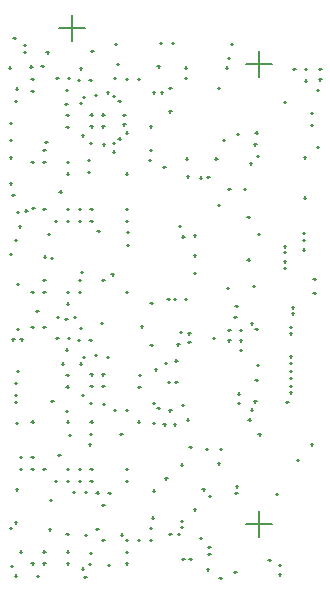
<source format=gbr>
G04*
G04 #@! TF.GenerationSoftware,Altium Limited,Altium Designer,24.9.1 (31)*
G04*
G04 Layer_Color=128*
%FSLAX44Y44*%
%MOMM*%
G71*
G04*
G04 #@! TF.SameCoordinates,F6C7D1B7-5E70-41A8-93A8-01C2B61895AE*
G04*
G04*
G04 #@! TF.FilePolarity,Positive*
G04*
G01*
G75*
%ADD12C,0.1270*%
D12*
X204000Y439000D02*
X226000D01*
X215000Y428000D02*
Y450000D01*
X46000Y470000D02*
X68000D01*
X57000Y459000D02*
Y481000D01*
X204000Y50000D02*
X226000D01*
X215000Y39000D02*
Y61000D01*
X148924Y46923D02*
X150924D01*
X149923Y45924D02*
Y47923D01*
X92000Y427000D02*
X94000D01*
X93000Y426000D02*
Y428000D01*
X194878Y75878D02*
X196878D01*
X195878Y74878D02*
Y76878D01*
X195500Y81500D02*
X197500D01*
X196500Y80500D02*
Y82500D01*
X236084Y279702D02*
X238084D01*
X237084Y278702D02*
Y280702D01*
X236018Y284650D02*
X238018D01*
X237018Y283650D02*
Y285650D01*
X180000Y419000D02*
X182000D01*
X181000Y418000D02*
Y420000D01*
X149000Y100000D02*
X151000D01*
X150000Y99000D02*
Y101000D01*
X148000Y212000D02*
X150000D01*
X149000Y211000D02*
Y213000D01*
X10000Y314000D02*
X12000D01*
X11000Y313000D02*
Y315000D01*
X17000D02*
X19000D01*
X18000Y314000D02*
Y316000D01*
X90000Y261000D02*
X92000D01*
X91000Y260000D02*
Y262000D01*
X62270Y256298D02*
X64270D01*
X63270Y255298D02*
Y257298D01*
X64000Y263000D02*
X66000D01*
X65000Y262000D02*
Y264000D01*
X5000Y14000D02*
X7000D01*
X6000Y13000D02*
Y15000D01*
X154000Y344000D02*
X156000D01*
X155000Y343000D02*
Y345000D01*
X9026Y418292D02*
X11026D01*
X10026Y417292D02*
Y419292D01*
X8500Y408000D02*
X10500D01*
X9500Y407000D02*
Y409000D01*
X129000Y437000D02*
X131000D01*
X130000Y436000D02*
Y438000D01*
X39000Y154000D02*
X41000D01*
X40000Y153000D02*
Y155000D01*
X10000Y179000D02*
X12000D01*
X11000Y178000D02*
Y180000D01*
X8000Y169000D02*
X10000D01*
X9000Y168000D02*
Y170000D01*
X131968Y415032D02*
X133968D01*
X132968Y414032D02*
Y416032D01*
X124968Y415032D02*
X126968D01*
X125968Y414032D02*
Y416032D01*
X201968Y333032D02*
X203968D01*
X202968Y332032D02*
Y334032D01*
X240968Y179032D02*
X242968D01*
X241968Y178032D02*
Y180032D01*
X237968Y153032D02*
X239968D01*
X238968Y152032D02*
Y154032D01*
X241000Y173000D02*
X243000D01*
X242000Y172000D02*
Y174000D01*
X196968Y160032D02*
X198968D01*
X197968Y159032D02*
Y161032D01*
X196968Y152032D02*
X198968D01*
X197968Y151032D02*
Y153032D01*
X172253Y73457D02*
X174252D01*
X173253Y72457D02*
Y74457D01*
X231968Y15032D02*
X233968D01*
X232968Y14032D02*
Y16032D01*
X231968Y7032D02*
X233968D01*
X232968Y6032D02*
Y8032D01*
X37968Y70032D02*
X39968D01*
X38968Y69032D02*
Y71032D01*
X9000Y79000D02*
X11000D01*
X10000Y78000D02*
Y80000D01*
X80968Y220032D02*
X82968D01*
X81968Y219032D02*
Y221032D01*
X50968Y223032D02*
X52968D01*
X51968Y222032D02*
Y224032D01*
X3968Y375032D02*
X5968D01*
X4968Y374032D02*
Y376032D01*
X3968Y360032D02*
X5968D01*
X4968Y359032D02*
Y361032D01*
X3968Y338032D02*
X5968D01*
X4968Y337032D02*
Y339032D01*
X45968Y331032D02*
X47968D01*
X46968Y330032D02*
Y332032D01*
X3968Y389032D02*
X5968D01*
X4968Y388032D02*
Y390032D01*
X15968Y449032D02*
X17968D01*
X16968Y448032D02*
Y450032D01*
X15968Y455032D02*
X17968D01*
X16968Y454032D02*
Y456032D01*
X72968Y450032D02*
X74968D01*
X73968Y449032D02*
Y451032D01*
X140968Y457032D02*
X142968D01*
X141968Y456032D02*
Y458032D01*
X130968Y457032D02*
X132968D01*
X131968Y456032D02*
Y458032D01*
X253968Y425032D02*
X255968D01*
X254968Y424032D02*
Y426032D01*
X265968Y426032D02*
X267968D01*
X266968Y425032D02*
Y427032D01*
X253968Y435032D02*
X255968D01*
X254968Y434032D02*
Y436032D01*
X243968Y435032D02*
X245968D01*
X244968Y434032D02*
Y436032D01*
X265968Y435032D02*
X267968D01*
X266968Y434032D02*
Y436032D01*
X188569Y443988D02*
X190569D01*
X189569Y442988D02*
Y444988D01*
X186968Y436032D02*
X188968D01*
X187968Y435032D02*
Y437032D01*
X152000Y427000D02*
X154000D01*
X153000Y426000D02*
Y428000D01*
X151968Y436032D02*
X153968D01*
X152968Y435032D02*
Y437032D01*
X133968Y352032D02*
X135968D01*
X134968Y351032D02*
Y353032D01*
X101968Y381032D02*
X103968D01*
X102968Y380032D02*
Y382032D01*
X188968Y333032D02*
X190968D01*
X189968Y332032D02*
Y334032D01*
X159968Y277032D02*
X161968D01*
X160968Y276032D02*
Y278032D01*
X159968Y262032D02*
X161968D01*
X160968Y261032D02*
Y263032D01*
X102968Y286032D02*
X104968D01*
X103968Y285032D02*
Y287032D01*
X38968Y275032D02*
X40968D01*
X39968Y274032D02*
Y276032D01*
X193968Y225032D02*
X195968D01*
X194968Y224032D02*
Y226032D01*
X188968Y205032D02*
X190968D01*
X189968Y204032D02*
Y206032D01*
X189000Y214000D02*
X191000D01*
X190000Y213000D02*
Y215000D01*
X198968Y197032D02*
X200968D01*
X199968Y196032D02*
Y198032D01*
X198968Y205032D02*
X200968D01*
X199968Y204032D02*
Y206032D01*
X198968Y214032D02*
X200968D01*
X199968Y213032D02*
Y215032D01*
X252000Y296000D02*
X254000D01*
X253000Y295000D02*
Y297000D01*
X236073Y266396D02*
X238073D01*
X237073Y265396D02*
Y267396D01*
X236000Y272000D02*
X238000D01*
X237000Y271000D02*
Y273000D01*
X243000Y228000D02*
X245000D01*
X244000Y227000D02*
Y229000D01*
X243000Y233000D02*
X245000D01*
X244000Y232000D02*
Y234000D01*
X138968Y41032D02*
X140968D01*
X139968Y40032D02*
Y42032D01*
X146080Y41127D02*
X148080D01*
X147080Y40127D02*
Y42127D01*
X171968Y30032D02*
X173968D01*
X172968Y29032D02*
Y31032D01*
X44968Y108032D02*
X46968D01*
X45968Y107032D02*
Y109032D01*
X36000Y295000D02*
X38000D01*
X37000Y294000D02*
Y296000D01*
X78125Y297500D02*
X80125D01*
X79125Y296500D02*
Y298500D01*
X103000Y297000D02*
X105000D01*
X104000Y296000D02*
Y298000D01*
X160000Y294000D02*
X162000D01*
X161000Y293000D02*
Y295000D01*
X123000Y237000D02*
X125000D01*
X124000Y236000D02*
Y238000D01*
X26375Y229750D02*
X28375D01*
X27375Y228750D02*
Y230750D01*
X44000Y225000D02*
X46000D01*
X45000Y224000D02*
Y226000D01*
X58000Y225000D02*
X60000D01*
X59000Y224000D02*
Y226000D01*
X247000Y104000D02*
X249000D01*
X248000Y103000D02*
Y105000D01*
X259000Y117000D02*
X261000D01*
X260000Y116000D02*
Y118000D01*
X229000Y75000D02*
X231000D01*
X230000Y74000D02*
Y76000D01*
X223000Y19000D02*
X225000D01*
X224000Y18000D02*
Y20000D01*
X172000Y24000D02*
X174000D01*
X173000Y23000D02*
Y25000D01*
X27000Y5500D02*
X29000D01*
X28000Y4500D02*
Y6500D01*
X8000Y6000D02*
X10000D01*
X9000Y5000D02*
Y7000D01*
X156000Y115000D02*
X158000D01*
X157000Y114000D02*
Y116000D01*
X180000Y101000D02*
X182000D01*
X181000Y100000D02*
Y102000D01*
X214536Y125464D02*
X216536D01*
X215536Y124464D02*
Y126464D01*
X82240Y65881D02*
X84240D01*
X83240Y64881D02*
Y66881D01*
X87000Y15000D02*
X89000D01*
X88000Y14000D02*
Y16000D01*
X102000Y26000D02*
X104000D01*
X103000Y25000D02*
Y27000D01*
X97984Y40708D02*
X99984D01*
X98984Y39708D02*
Y41708D01*
X67372Y40470D02*
X69372D01*
X68372Y39470D02*
Y41470D01*
X77182Y45625D02*
X79182D01*
X78182Y44625D02*
Y46625D01*
X77312Y76201D02*
X79312D01*
X78312Y75201D02*
Y77201D01*
X87492Y76123D02*
X89492D01*
X88492Y75124D02*
Y77123D01*
X67418Y76975D02*
X69418D01*
X68418Y75975D02*
Y77975D01*
X57418Y76975D02*
X59418D01*
X58418Y75975D02*
Y77975D01*
X10000Y253000D02*
X12000D01*
X11000Y252000D02*
Y254000D01*
X33000Y276000D02*
X35000D01*
X34000Y275000D02*
Y277000D01*
X11448Y301549D02*
X13448D01*
X12448Y300549D02*
Y302549D01*
X236000Y407000D02*
X238000D01*
X237000Y406000D02*
Y408000D01*
X139000Y419000D02*
X141000D01*
X140000Y418000D02*
Y420000D01*
X165000Y343000D02*
X167000D01*
X166000Y342000D02*
Y344000D01*
X264000Y417000D02*
X266000D01*
X265000Y416000D02*
Y418000D01*
X264000Y369000D02*
X266000D01*
X265000Y368000D02*
Y370000D01*
X93000Y456000D02*
X95000D01*
X94000Y455000D02*
Y457000D01*
X191000Y456000D02*
X193000D01*
X192000Y455000D02*
Y457000D01*
X206000Y138000D02*
X208000D01*
X207000Y137000D02*
Y139000D01*
X52000Y41000D02*
X54000D01*
X53000Y40000D02*
Y42000D01*
X135625Y88250D02*
X137625D01*
X136625Y87250D02*
Y89250D01*
X149000Y52000D02*
X151000D01*
X150000Y51000D02*
Y53000D01*
X153750Y138000D02*
X155750D01*
X154750Y137000D02*
Y139000D01*
X253000Y360000D02*
X255000D01*
X254000Y359000D02*
Y361000D01*
X150000Y20000D02*
X152000D01*
X151000Y19000D02*
Y21000D01*
X156000Y20000D02*
X158000D01*
X157000Y19000D02*
Y21000D01*
X67000Y5000D02*
X69000D01*
X68000Y4000D02*
Y6000D01*
X8000Y159000D02*
X10000D01*
X9000Y158000D02*
Y160000D01*
X3000Y436000D02*
X5000D01*
X4000Y435000D02*
Y437000D01*
Y46500D02*
X6000D01*
X5000Y45500D02*
Y47500D01*
X182000Y113000D02*
X184000D01*
X183000Y112000D02*
Y114000D01*
X125000Y78000D02*
X127000D01*
X126000Y77000D02*
Y79000D01*
X124000Y55000D02*
X126000D01*
X125000Y54000D02*
Y56000D01*
X194000Y9000D02*
X196000D01*
X195000Y8000D02*
Y10000D01*
X160000Y62000D02*
X162000D01*
X161000Y61000D02*
Y63000D01*
X252000Y282000D02*
X254000D01*
X253000Y281000D02*
Y283000D01*
X252000Y290000D02*
X254000D01*
X253000Y289000D02*
Y291000D01*
Y326000D02*
X255000D01*
X254000Y325000D02*
Y327000D01*
X72000Y152000D02*
X74000D01*
X73000Y151000D02*
Y153000D01*
X72316Y96284D02*
X74316D01*
X73316Y95284D02*
Y97284D01*
X83000Y151000D02*
X85000D01*
X84000Y150000D02*
Y152000D01*
X62316Y96284D02*
X64316D01*
X63316Y95284D02*
Y97284D01*
X52316Y96284D02*
X54316D01*
X53316Y95284D02*
Y97284D01*
X52000Y166000D02*
X54000D01*
X53000Y165000D02*
Y167000D01*
X66000Y191000D02*
X68000D01*
X67000Y190000D02*
Y192000D01*
X76000Y193000D02*
X78000D01*
X77000Y192000D02*
Y194000D01*
X52000Y176000D02*
X54000D01*
X53000Y175000D02*
Y177000D01*
X72316Y86284D02*
X74316D01*
X73316Y85284D02*
Y87284D01*
X62316Y86284D02*
X64316D01*
X63316Y85284D02*
Y87284D01*
X52316Y86284D02*
X54316D01*
X53316Y85284D02*
Y87284D01*
X214000Y295000D02*
X216000D01*
X215000Y294000D02*
Y296000D01*
X176000Y207000D02*
X178000D01*
X177000Y206000D02*
Y208000D01*
X171170Y343322D02*
X173170D01*
X172170Y342322D02*
Y344322D01*
X258750Y397750D02*
X260750D01*
X259750Y396750D02*
Y398750D01*
X258787Y387277D02*
X260787D01*
X259787Y386277D02*
Y388277D01*
X261000Y245000D02*
X263000D01*
X262000Y244000D02*
Y246000D01*
X261000Y257000D02*
X263000D01*
X262000Y256000D02*
Y258000D01*
X139000Y399000D02*
X141000D01*
X140000Y398000D02*
Y400000D01*
X187800Y249228D02*
X189800D01*
X188800Y248228D02*
Y250228D01*
X155000Y204000D02*
X157000D01*
X156000Y203000D02*
Y205000D01*
X195000Y234000D02*
X197000D01*
X196000Y233000D02*
Y235000D01*
X155000Y211000D02*
X157000D01*
X156000Y210000D02*
Y212000D01*
X178000Y359000D02*
X180000D01*
X179000Y358000D02*
Y360000D01*
X153000Y359000D02*
X155000D01*
X154000Y358000D02*
Y360000D01*
X150000Y293000D02*
X152000D01*
X151000Y292000D02*
Y294000D01*
X213000Y361000D02*
X215000D01*
X214000Y360000D02*
Y362000D01*
X207000Y355000D02*
X209000D01*
X208000Y354000D02*
Y356000D01*
X211000Y371000D02*
X213000D01*
X212000Y370000D02*
Y372000D01*
Y381000D02*
X214000D01*
X213000Y380000D02*
Y382000D01*
X184362Y374638D02*
X186362D01*
X185362Y373638D02*
Y375638D01*
X196000Y380084D02*
X198000D01*
X197000Y379084D02*
Y381084D01*
X165000Y38000D02*
X167000D01*
X166000Y37000D02*
Y39000D01*
X181500Y4000D02*
X183500D01*
X182500Y3000D02*
Y5000D01*
X171000Y11184D02*
X173000D01*
X172000Y10184D02*
Y12184D01*
X167000Y79000D02*
X169000D01*
X168000Y78000D02*
Y80000D01*
X64971Y11854D02*
X66971D01*
X65971Y10854D02*
Y12854D01*
X35000Y449000D02*
X37000D01*
X36000Y448000D02*
Y450000D01*
X8000Y290000D02*
X10000D01*
X9000Y289000D02*
Y291000D01*
X147000Y302000D02*
X149000D01*
X148000Y301000D02*
Y303000D01*
X8000Y51000D02*
X10000D01*
X9000Y50000D02*
Y52000D01*
X8000Y153000D02*
X10000D01*
X9000Y152000D02*
Y154000D01*
X13000Y206000D02*
X15000D01*
X14000Y205000D02*
Y207000D01*
X6000Y206000D02*
X8000D01*
X7000Y205000D02*
Y207000D01*
X9000Y135000D02*
X11000D01*
X10000Y134000D02*
Y136000D01*
Y215000D02*
X12000D01*
X11000Y214000D02*
Y216000D01*
X7000Y461000D02*
X9000D01*
X8000Y460000D02*
Y462000D01*
X4000Y278000D02*
X6000D01*
X5000Y277000D02*
Y279000D01*
X37000Y45000D02*
X39000D01*
X38000Y44000D02*
Y46000D01*
X170000Y113000D02*
X172000D01*
X171000Y112000D02*
Y114000D01*
X210000Y251000D02*
X212000D01*
X211000Y250000D02*
Y252000D01*
X205250Y273500D02*
X207250D01*
X206250Y272500D02*
Y274500D01*
X205250Y309500D02*
X207250D01*
X206250Y308500D02*
Y310500D01*
X180000Y320000D02*
X182000D01*
X181000Y319000D02*
Y321000D01*
X152000Y240000D02*
X154000D01*
X153000Y239000D02*
Y241000D01*
X137500Y240000D02*
X139500D01*
X138500Y239000D02*
Y241000D01*
X134000Y134000D02*
X136000D01*
X135000Y133000D02*
Y135000D01*
X143000Y134000D02*
X145000D01*
X144000Y133000D02*
Y135000D01*
X22284Y106316D02*
X24284D01*
X23284Y105316D02*
Y107316D01*
X21319Y436892D02*
X23319D01*
X22319Y435892D02*
Y437892D01*
X30770Y437572D02*
X32770D01*
X31770Y436572D02*
Y438572D01*
X23000Y317000D02*
X25000D01*
X24000Y316000D02*
Y318000D01*
X6000Y328000D02*
X8000D01*
X7000Y327000D02*
Y329000D01*
X34000Y373000D02*
X36000D01*
X35000Y372000D02*
Y374000D01*
X69964Y347536D02*
X71964D01*
X70964Y346535D02*
Y348535D01*
X94744Y439318D02*
X96744D01*
X95744Y438318D02*
Y440318D01*
X143000Y240000D02*
X145000D01*
X144000Y239000D02*
Y241000D01*
X71000Y16000D02*
X73000D01*
X72000Y15000D02*
Y17000D01*
Y126000D02*
X74000D01*
X73000Y125000D02*
Y127000D01*
X71000Y117000D02*
X73000D01*
X72000Y116000D02*
Y118000D01*
X212000Y214500D02*
X214000D01*
X213000Y213500D02*
Y215500D01*
X208000Y219500D02*
X210000D01*
X209000Y218500D02*
Y220500D01*
X213000Y184500D02*
X215000D01*
X214000Y183500D02*
Y185500D01*
X212000Y171500D02*
X214000D01*
X213000Y170500D02*
Y172500D01*
X241000Y211000D02*
X243000D01*
X242000Y210000D02*
Y212000D01*
X241000Y216500D02*
X243000D01*
X242000Y215500D02*
Y217500D01*
X241000Y186000D02*
X243000D01*
X242000Y185000D02*
Y187000D01*
X241000Y191500D02*
X243000D01*
X242000Y190500D02*
Y192500D01*
X241000Y161000D02*
X243000D01*
X242000Y160000D02*
Y162000D01*
X241000Y166500D02*
X243000D01*
X242000Y165500D02*
Y167500D01*
X208000Y146500D02*
X210000D01*
X209000Y145500D02*
Y147500D01*
X211000Y153500D02*
X213000D01*
X212000Y152500D02*
Y154500D01*
X102284Y36284D02*
X104284D01*
X103284Y35284D02*
Y37284D01*
X12284Y106316D02*
X14284D01*
X13284Y105316D02*
Y107316D01*
X115000Y217000D02*
X117000D01*
X116000Y216000D02*
Y218000D01*
X102284Y346284D02*
X104284D01*
X103284Y345284D02*
Y347284D01*
X32284Y356316D02*
X34284D01*
X33284Y355316D02*
Y357316D01*
X52284Y346284D02*
X54284D01*
X53284Y345284D02*
Y347284D01*
X52284Y356284D02*
X54284D01*
X53284Y355284D02*
Y357284D01*
X70000Y358000D02*
X72000D01*
X71000Y357000D02*
Y359000D01*
X22316Y356284D02*
X24316D01*
X23316Y355284D02*
Y357284D01*
X22316Y426316D02*
X24316D01*
X23316Y425316D02*
Y427316D01*
X102316Y426316D02*
X104316D01*
X103316Y425316D02*
Y427316D01*
X122316Y386316D02*
X124316D01*
X123316Y385316D02*
Y387316D01*
X122316Y366284D02*
X124316D01*
X123316Y365284D02*
Y367284D01*
X102284Y306284D02*
X104284D01*
X103284Y305284D02*
Y307284D01*
X102284Y316284D02*
X104284D01*
X103284Y315284D02*
Y317284D01*
X42316Y306284D02*
X44316D01*
X43316Y305284D02*
Y307284D01*
X102316Y246316D02*
X104316D01*
X103316Y245316D02*
Y247316D01*
X52284Y236284D02*
X54284D01*
X53284Y235284D02*
Y237284D01*
X62284Y246316D02*
X64284D01*
X63284Y245316D02*
Y247316D01*
X82284Y256316D02*
X84284D01*
X83284Y255316D02*
Y257316D01*
X32284Y256316D02*
X34284D01*
X33284Y255316D02*
Y257316D01*
X32284Y246316D02*
X34284D01*
X33284Y245316D02*
Y247316D01*
X52284Y246284D02*
X54284D01*
X53284Y245284D02*
Y247284D01*
X22284Y246316D02*
X24284D01*
X23284Y245316D02*
Y247316D01*
X32284Y216316D02*
X34284D01*
X33284Y215316D02*
Y217316D01*
X22284Y216316D02*
X24284D01*
X23284Y215316D02*
Y217316D01*
X97434Y125627D02*
X99434D01*
X98434Y124627D02*
Y126627D01*
X42316Y86284D02*
X44316D01*
X43316Y85284D02*
Y87284D01*
X32284Y96284D02*
X34284D01*
X33284Y95284D02*
Y97284D01*
X122316Y46284D02*
X124316D01*
X123316Y45284D02*
Y47284D01*
X122316Y36284D02*
X124316D01*
X123316Y35284D02*
Y37284D01*
X112284Y36316D02*
X114284D01*
X113284Y35316D02*
Y37316D01*
X102284Y16284D02*
X104284D01*
X103284Y15284D02*
Y17284D01*
X32284Y26284D02*
X34284D01*
X33284Y25284D02*
Y27284D01*
X52284Y26284D02*
X54284D01*
X53284Y25284D02*
Y27284D01*
X102316Y96316D02*
X104316D01*
X103316Y95316D02*
Y97316D01*
X22284Y96316D02*
X24284D01*
X23284Y95316D02*
Y97316D01*
X12284Y96316D02*
X14284D01*
X13284Y95316D02*
Y97316D01*
X22284Y136316D02*
X24284D01*
X23284Y135316D02*
Y137316D01*
X54000Y125000D02*
X56000D01*
X55000Y124000D02*
Y126000D01*
X52284Y136284D02*
X54284D01*
X53284Y135284D02*
Y137284D01*
X32284Y16284D02*
X34284D01*
X33284Y15284D02*
Y17284D01*
X52284Y16284D02*
X54284D01*
X53284Y15284D02*
Y17284D01*
X12284Y26284D02*
X14284D01*
X13284Y25284D02*
Y27284D01*
X22284Y16284D02*
X24284D01*
X23284Y15284D02*
Y17284D01*
X102316Y146316D02*
X104316D01*
X103316Y145316D02*
Y147316D01*
X112284Y136316D02*
X114284D01*
X113284Y135316D02*
Y137316D01*
X72284Y136284D02*
X74284D01*
X73284Y135284D02*
Y137284D01*
X72284Y176284D02*
X74284D01*
X73284Y175284D02*
Y177284D01*
X82316Y176284D02*
X84316D01*
X83316Y175284D02*
Y177284D01*
X72316Y166316D02*
X74316D01*
X73316Y165316D02*
Y167316D01*
X82284Y166316D02*
X84284D01*
X83284Y165316D02*
Y167316D01*
X125000Y152000D02*
X127000D01*
X126000Y151000D02*
Y153000D01*
X149537Y150236D02*
X151538D01*
X150538Y149235D02*
Y151236D01*
X138000Y170000D02*
X140000D01*
X139000Y169000D02*
Y171000D01*
X144000Y170000D02*
X146000D01*
X145000Y169000D02*
Y171000D01*
X48250Y185500D02*
X50250D01*
X49250Y184500D02*
Y186500D01*
X64911Y158689D02*
X66911D01*
X65911Y157689D02*
Y159689D01*
X123000Y201000D02*
X125000D01*
X124000Y200000D02*
Y202000D01*
X72000Y25000D02*
X74000D01*
X73000Y24000D02*
Y26000D01*
X72316Y396284D02*
X74316D01*
X73316Y395284D02*
Y397284D01*
X72316Y386316D02*
X74316D01*
X73316Y385316D02*
Y387316D01*
X82284Y386316D02*
X84284D01*
X83284Y385316D02*
Y387316D01*
X82284Y396284D02*
X84284D01*
X83284Y395284D02*
Y397284D01*
X51000Y405000D02*
X53000D01*
X52000Y404000D02*
Y406000D01*
X64911Y378689D02*
X66911D01*
X65911Y377689D02*
Y379689D01*
X51354Y145419D02*
X53355D01*
X52354Y144419D02*
Y146419D01*
X125000Y135000D02*
X127000D01*
X126000Y134000D02*
Y136000D01*
X92316Y146316D02*
X94316D01*
X93316Y145316D02*
Y147316D01*
X127000Y180500D02*
X129000D01*
X128000Y179500D02*
Y181500D01*
X63158Y185442D02*
X65158D01*
X64158Y184442D02*
Y186442D01*
X145750Y201750D02*
X147750D01*
X146750Y200750D02*
Y202750D01*
X102284Y86284D02*
X104284D01*
X103284Y85284D02*
Y87284D01*
X82284Y36316D02*
X84284D01*
X83284Y35316D02*
Y37316D01*
X32316Y316316D02*
X34316D01*
X33316Y315316D02*
Y317316D01*
X112316Y426316D02*
X114316D01*
X113316Y425316D02*
Y427316D01*
X22284Y416284D02*
X24284D01*
X23284Y415284D02*
Y417284D01*
X121436Y357723D02*
X123436D01*
X122436Y356723D02*
Y358723D01*
X32284Y366316D02*
X34284D01*
X33284Y365316D02*
Y367316D01*
X63300Y405875D02*
X65300D01*
X64300Y404875D02*
Y406875D01*
X91000Y365000D02*
X93000D01*
X92000Y364000D02*
Y366000D01*
X86000Y191000D02*
X88000D01*
X87000Y190000D02*
Y192000D01*
X86000Y415000D02*
X88000D01*
X87000Y414000D02*
Y416000D01*
X129000Y148000D02*
X131000D01*
X130000Y147000D02*
Y149000D01*
X139000Y145750D02*
X141000D01*
X140000Y144750D02*
Y146750D01*
X135000Y186000D02*
X137000D01*
X136000Y185000D02*
Y187000D01*
X144000Y188000D02*
X146000D01*
X145000Y187000D02*
Y189000D01*
X113255Y175972D02*
X115255D01*
X114255Y174972D02*
Y176972D01*
X112806Y165557D02*
X114806D01*
X113806Y164557D02*
Y166558D01*
X43246Y207197D02*
X45245D01*
X44246Y206197D02*
Y208197D01*
X71354Y205403D02*
X73355D01*
X72354Y204403D02*
Y206403D01*
X63197Y215354D02*
X65197D01*
X64197Y214354D02*
Y216355D01*
X61354Y205403D02*
X63355D01*
X62354Y204403D02*
Y206403D01*
X53246Y207197D02*
X55245D01*
X54246Y206197D02*
Y208197D01*
X51403Y197246D02*
X53403D01*
X52403Y196245D02*
Y198246D01*
X91000Y412000D02*
X93000D01*
X92000Y411000D02*
Y413000D01*
X96000Y408000D02*
X98000D01*
X97000Y407000D02*
Y409000D01*
X91000Y372000D02*
X93000D01*
X92000Y371000D02*
Y373000D01*
X96000Y376000D02*
X98000D01*
X97000Y375000D02*
Y377000D01*
X100000Y388000D02*
X102000D01*
X101000Y387000D02*
Y389000D01*
X100000Y396000D02*
X102000D01*
X101000Y395000D02*
Y397000D01*
X43246Y427197D02*
X45245D01*
X44246Y426197D02*
Y428197D01*
X72000Y372000D02*
X74000D01*
X73000Y371000D02*
Y373000D01*
X72316Y306284D02*
X74316D01*
X73316Y305284D02*
Y307284D01*
X62316Y306284D02*
X64316D01*
X63316Y305284D02*
Y307284D01*
X52316Y306284D02*
X54316D01*
X53316Y305284D02*
Y307284D01*
X72316Y316284D02*
X74316D01*
X73316Y315284D02*
Y317284D01*
X62316Y316284D02*
X64316D01*
X63316Y315284D02*
Y317284D01*
X52316Y316284D02*
X54316D01*
X53316Y315284D02*
Y317284D01*
X63197Y435354D02*
X65197D01*
X64197Y434355D02*
Y436354D01*
X61354Y425403D02*
X63355D01*
X62354Y424403D02*
Y426403D01*
X53246Y427197D02*
X55245D01*
X54246Y426197D02*
Y428197D01*
X51403Y417245D02*
X53403D01*
X52403Y416245D02*
Y418246D01*
X52000Y386000D02*
X54000D01*
X53000Y385000D02*
Y387000D01*
X66000Y411000D02*
X68000D01*
X67000Y410000D02*
Y412000D01*
X76000Y413000D02*
X78000D01*
X77000Y412000D02*
Y414000D01*
X52000Y396000D02*
X54000D01*
X53000Y395000D02*
Y397000D01*
X83000Y371000D02*
X85000D01*
X84000Y370000D02*
Y372000D01*
X71354Y425403D02*
X73355D01*
X72354Y424403D02*
Y426403D01*
M02*

</source>
